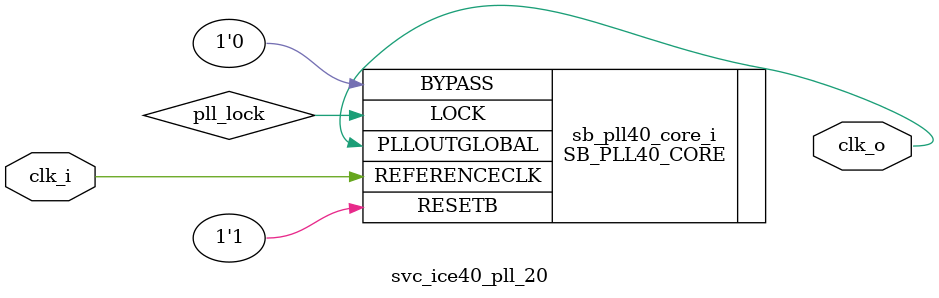
<source format=sv>
`ifndef SVC_ICE40_PLL_20
`define SVC_ICE40_PLL_20

`include "svc.sv"

`define PLL_DIVR (4'd4)
`define PLL_DIVF (7'd31)
`define PLL_DIVQ (3'd5)
`define PLL_FILTER_RANGE (3'd2)

module svc_ice40_pll_20 (
    input  logic clk_i,
    output logic clk_o
);
`ifndef VERILATOR
  logic pll_lock;

  SB_PLL40_CORE #(
      .FEEDBACK_PATH("SIMPLE"),
      .DIVR         (`PLL_DIVR),
      .DIVF         (`PLL_DIVF),
      .DIVQ         (`PLL_DIVQ),
      .FILTER_RANGE (`PLL_FILTER_RANGE)
  ) sb_pll40_core_i (
      .LOCK        (pll_lock),
      .RESETB      (1'b1),
      .BYPASS      (1'b0),
      .REFERENCECLK(clk_i),
      .PLLOUTGLOBAL(clk_o)
  );
`endif

endmodule
// verilator lint_on UNUSEDSIGNAL
// verilator lint_on UNDRIVEN

`endif

</source>
